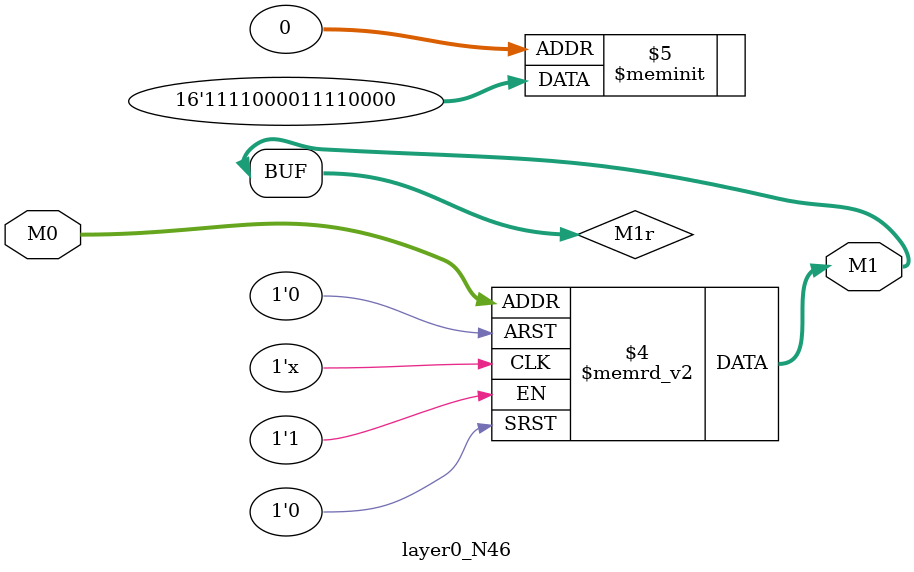
<source format=v>
module layer0_N46 ( input [2:0] M0, output [1:0] M1 );

	(*rom_style = "distributed" *) reg [1:0] M1r;
	assign M1 = M1r;
	always @ (M0) begin
		case (M0)
			3'b000: M1r = 2'b00;
			3'b100: M1r = 2'b00;
			3'b010: M1r = 2'b11;
			3'b110: M1r = 2'b11;
			3'b001: M1r = 2'b00;
			3'b101: M1r = 2'b00;
			3'b011: M1r = 2'b11;
			3'b111: M1r = 2'b11;

		endcase
	end
endmodule

</source>
